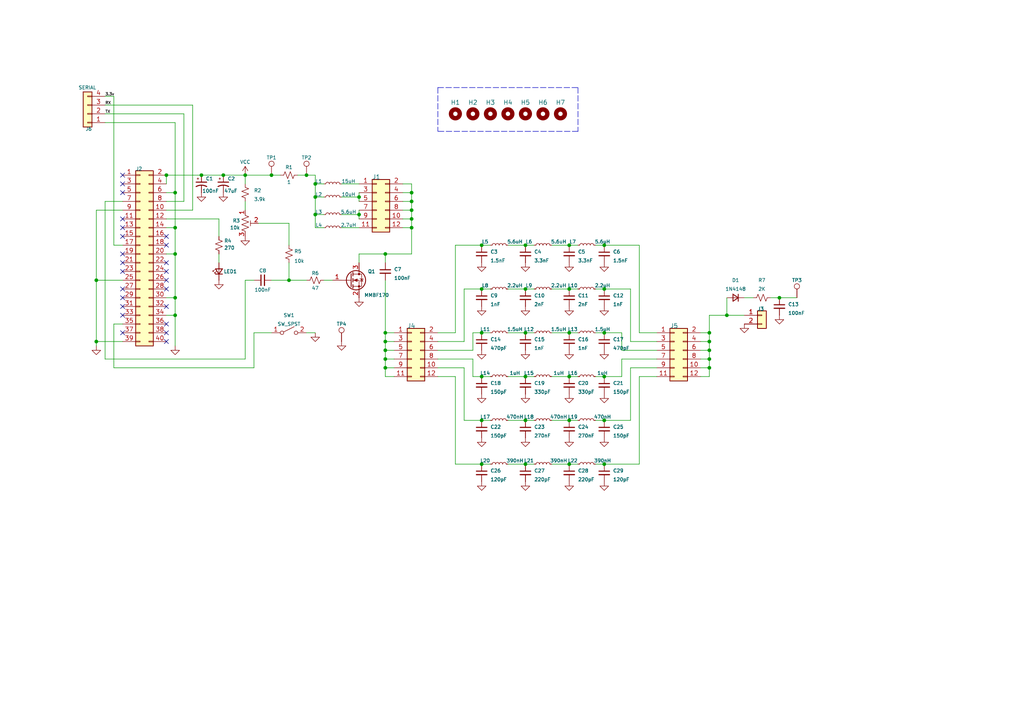
<source format=kicad_sch>
(kicad_sch (version 20211123) (generator eeschema)
  (paper "A4")
  (title_block (title "WSPR3") (rev "1"))
  (lib_symbols
    (symbol "Connector:TestPoint" (pin_numbers hide) (pin_names (offset 0.762) hide)
      (property "Reference" "TP" (at 0 6.858 0))
      (property "Value" "TestPoint" (at 0 5.08 0))
      (symbol "TestPoint_1_1"
        (pin passive line (at 0 0 90) (length 2.54) (name "1") (number "1"))
      )
    )
    (symbol "Connector_Generic:Conn_01x02" (pin_names (offset 1.016) hide)
      (property "Reference" "J" (at 0 2.54 0))
      (property "Value" "Conn_01x02" (at 0 -5.08 0))
      (symbol "Conn_01x02_1_1"
        (pin passive line (at -5.08 0 0) (length 3.81) (name "Pin_1") (number "1"))
        (pin passive line (at -5.08 -2.54 0) (length 3.81) (name "Pin_2") (number "2"))
      )
    )
    (symbol "Connector_Generic:Conn_01x04" (pin_names (offset 1.016) hide)
      (property "Reference" "J" (at 0 5.08 0))
      (property "Value" "Conn_01x04" (at 0 -7.62 0))
      (symbol "Conn_01x04_1_1"
        (pin passive line (at -5.08 2.54 0) (length 3.81) (name "Pin_1") (number "1"))
        (pin passive line (at -5.08 0 0) (length 3.81) (name "Pin_2") (number "2"))
        (pin passive line (at -5.08 -2.54 0) (length 3.81) (name "Pin_3") (number "3"))
        (pin passive line (at -5.08 -5.08 0) (length 3.81) (name "Pin_4") (number "4"))
      )
    )
    (symbol "Connector_Generic:Conn_02x06_Odd_Even" (pin_names (offset 1.016) hide)
      (property "Reference" "J" (at 1.27 7.62 0))
      (property "Value" "Conn_02x06_Odd_Even" (at 1.27 -10.16 0))
      (symbol "Conn_02x06_Odd_Even_1_1"
        (pin passive line (at -5.08 5.08 0) (length 3.81) (name "Pin_1") (number "1"))
        (pin passive line (at 7.62 -5.08 180) (length 3.81) (name "Pin_10") (number "10"))
        (pin passive line (at -5.08 -7.62 0) (length 3.81) (name "Pin_11") (number "11"))
        (pin passive line (at 7.62 -7.62 180) (length 3.81) (name "Pin_12") (number "12"))
        (pin passive line (at 7.62 5.08 180) (length 3.81) (name "Pin_2") (number "2"))
        (pin passive line (at -5.08 2.54 0) (length 3.81) (name "Pin_3") (number "3"))
        (pin passive line (at 7.62 2.54 180) (length 3.81) (name "Pin_4") (number "4"))
        (pin passive line (at -5.08 0 0) (length 3.81) (name "Pin_5") (number "5"))
        (pin passive line (at 7.62 0 180) (length 3.81) (name "Pin_6") (number "6"))
        (pin passive line (at -5.08 -2.54 0) (length 3.81) (name "Pin_7") (number "7"))
        (pin passive line (at 7.62 -2.54 180) (length 3.81) (name "Pin_8") (number "8"))
        (pin passive line (at -5.08 -5.08 0) (length 3.81) (name "Pin_9") (number "9"))
      )
    )
    (symbol "Connector_Generic:Conn_02x20_Odd_Even" (pin_names (offset 1.016) hide)
      (property "Reference" "J" (at 1.27 25.4 0))
      (property "Value" "Conn_02x20_Odd_Even" (at 1.27 -27.94 0))
      (symbol "Conn_02x20_Odd_Even_1_1"
        (pin passive line (at -5.08 22.86 0) (length 3.81) (name "Pin_1") (number "1"))
        (pin passive line (at 7.62 12.7 180) (length 3.81) (name "Pin_10") (number "10"))
        (pin passive line (at -5.08 10.16 0) (length 3.81) (name "Pin_11") (number "11"))
        (pin passive line (at 7.62 10.16 180) (length 3.81) (name "Pin_12") (number "12"))
        (pin passive line (at -5.08 7.62 0) (length 3.81) (name "Pin_13") (number "13"))
        (pin passive line (at 7.62 7.62 180) (length 3.81) (name "Pin_14") (number "14"))
        (pin passive line (at -5.08 5.08 0) (length 3.81) (name "Pin_15") (number "15"))
        (pin passive line (at 7.62 5.08 180) (length 3.81) (name "Pin_16") (number "16"))
        (pin passive line (at -5.08 2.54 0) (length 3.81) (name "Pin_17") (number "17"))
        (pin passive line (at 7.62 2.54 180) (length 3.81) (name "Pin_18") (number "18"))
        (pin passive line (at -5.08 0 0) (length 3.81) (name "Pin_19") (number "19"))
        (pin passive line (at 7.62 22.86 180) (length 3.81) (name "Pin_2") (number "2"))
        (pin passive line (at 7.62 0 180) (length 3.81) (name "Pin_20") (number "20"))
        (pin passive line (at -5.08 -2.54 0) (length 3.81) (name "Pin_21") (number "21"))
        (pin passive line (at 7.62 -2.54 180) (length 3.81) (name "Pin_22") (number "22"))
        (pin passive line (at -5.08 -5.08 0) (length 3.81) (name "Pin_23") (number "23"))
        (pin passive line (at 7.62 -5.08 180) (length 3.81) (name "Pin_24") (number "24"))
        (pin passive line (at -5.08 -7.62 0) (length 3.81) (name "Pin_25") (number "25"))
        (pin passive line (at 7.62 -7.62 180) (length 3.81) (name "Pin_26") (number "26"))
        (pin passive line (at -5.08 -10.16 0) (length 3.81) (name "Pin_27") (number "27"))
        (pin passive line (at 7.62 -10.16 180) (length 3.81) (name "Pin_28") (number "28"))
        (pin passive line (at -5.08 -12.7 0) (length 3.81) (name "Pin_29") (number "29"))
        (pin passive line (at -5.08 20.32 0) (length 3.81) (name "Pin_3") (number "3"))
        (pin passive line (at 7.62 -12.7 180) (length 3.81) (name "Pin_30") (number "30"))
        (pin passive line (at -5.08 -15.24 0) (length 3.81) (name "Pin_31") (number "31"))
        (pin passive line (at 7.62 -15.24 180) (length 3.81) (name "Pin_32") (number "32"))
        (pin passive line (at -5.08 -17.78 0) (length 3.81) (name "Pin_33") (number "33"))
        (pin passive line (at 7.62 -17.78 180) (length 3.81) (name "Pin_34") (number "34"))
        (pin passive line (at -5.08 -20.32 0) (length 3.81) (name "Pin_35") (number "35"))
        (pin passive line (at 7.62 -20.32 180) (length 3.81) (name "Pin_36") (number "36"))
        (pin passive line (at -5.08 -22.86 0) (length 3.81) (name "Pin_37") (number "37"))
        (pin passive line (at 7.62 -22.86 180) (length 3.81) (name "Pin_38") (number "38"))
        (pin passive line (at -5.08 -25.4 0) (length 3.81) (name "Pin_39") (number "39"))
        (pin passive line (at 7.62 20.32 180) (length 3.81) (name "Pin_4") (number "4"))
        (pin passive line (at 7.62 -25.4 180) (length 3.81) (name "Pin_40") (number "40"))
        (pin passive line (at -5.08 17.78 0) (length 3.81) (name "Pin_5") (number "5"))
        (pin passive line (at 7.62 17.78 180) (length 3.81) (name "Pin_6") (number "6"))
        (pin passive line (at -5.08 15.24 0) (length 3.81) (name "Pin_7") (number "7"))
        (pin passive line (at 7.62 15.24 180) (length 3.81) (name "Pin_8") (number "8"))
        (pin passive line (at -5.08 12.7 0) (length 3.81) (name "Pin_9") (number "9"))
      )
    )
    (symbol "Device:C_Polarized_Small_US" (pin_numbers hide) (pin_names (offset 0.254) hide)
      (property "Reference" "C" (at 0.254 1.778 0))
      (property "Value" "C_Polarized_Small_US" (at 0.254 -2.032 0))
      (symbol "C_Polarized_Small_US_1_1"
        (pin passive line (at 0 2.54 270) (length 2.032) (name "~") (number "1"))
        (pin passive line (at 0 -2.54 90) (length 2.032) (name "~") (number "2"))
      )
    )
    (symbol "Device:C_Small" (pin_numbers hide) (pin_names (offset 0.254) hide)
      (property "Reference" "C" (at 0.254 1.778 0))
      (property "Value" "C_Small" (at 0.254 -2.032 0))
      (symbol "C_Small_1_1"
        (pin passive line (at 0 2.54 270) (length 2.032) (name "~") (number "1"))
        (pin passive line (at 0 -2.54 90) (length 2.032) (name "~") (number "2"))
      )
    )
    (symbol "Device:D_Small" (pin_numbers hide) (pin_names (offset 0.254) hide)
      (property "Reference" "D" (at -1.27 2.032 0))
      (property "Value" "D_Small" (at -3.81 -2.032 0))
      (symbol "D_Small_1_1"
        (pin passive line (at -2.54 0 0) (length 1.778) (name "K") (number "1"))
        (pin passive line (at 2.54 0 180) (length 1.778) (name "A") (number "2"))
      )
    )
    (symbol "Device:LED_Small" (pin_numbers hide) (pin_names (offset 0.254) hide)
      (property "Reference" "D" (at -1.27 3.175 0))
      (property "Value" "LED_Small" (at -4.445 -2.54 0))
      (symbol "LED_Small_1_1"
        (pin passive line (at -2.54 0 0) (length 1.778) (name "K") (number "1"))
        (pin passive line (at 2.54 0 180) (length 1.778) (name "A") (number "2"))
      )
    )
    (symbol "Device:L_Small" (pin_numbers hide) (pin_names (offset 0.254) hide)
      (property "Reference" "L" (at 0.762 1.016 0))
      (property "Value" "L_Small" (at 0.762 -1.016 0))
      (symbol "L_Small_1_1"
        (pin passive line (at 0 2.54 270) (length 0.508) (name "~") (number "1"))
        (pin passive line (at 0 -2.54 90) (length 0.508) (name "~") (number "2"))
      )
    )
    (symbol "Device:R_Potentiometer_Trim_US" (pin_names (offset 1.016) hide)
      (property "Reference" "RV" (at -4.445 0 90))
      (property "Value" "R_Potentiometer_Trim_US" (at -2.54 0 90))
      (symbol "R_Potentiometer_Trim_US_1_1"
        (pin passive line (at 0 3.81 270) (length 1.27) (name "1") (number "1"))
        (pin passive line (at 3.81 0 180) (length 1.27) (name "2") (number "2"))
        (pin passive line (at 0 -3.81 90) (length 1.27) (name "3") (number "3"))
      )
    )
    (symbol "Device:R_Small_US" (pin_numbers hide) (pin_names (offset 0.254) hide)
      (property "Reference" "R" (at 0.762 0.508 0))
      (property "Value" "R_Small_US" (at 0.762 -1.016 0))
      (symbol "R_Small_US_1_1"
        (pin passive line (at 0 2.54 270) (length 1.016) (name "~") (number "1"))
        (pin passive line (at 0 -2.54 90) (length 1.016) (name "~") (number "2"))
      )
    )
    (symbol "Mechanical:MountingHole" (pin_names (offset 1.016))
      (property "Reference" "H" (at 0 5.08 0))
      (property "Value" "MountingHole" (at 0 3.175 0))
    )
    (symbol "Switch:SW_SPST" (pin_names (offset 0) hide)
      (property "Reference" "SW" (at 0 3.175 0))
      (property "Value" "SW_SPST" (at 0 -2.54 0))
      (symbol "SW_SPST_1_1"
        (pin passive line (at -5.08 0 0) (length 2.54) (name "A") (number "1"))
        (pin passive line (at 5.08 0 180) (length 2.54) (name "B") (number "2"))
      )
    )
    (symbol "Transistor_FET:MMBF170" (pin_names hide)
      (property "Reference" "Q" (at 5.08 1.905 0))
      (property "Value" "MMBF170" (at 5.08 0 0))
      (symbol "MMBF170_1_1"
        (pin input line (at -5.08 0 0) (length 2.54) (name "G") (number "1"))
        (pin passive line (at 2.54 -5.08 90) (length 2.54) (name "S") (number "2"))
        (pin passive line (at 2.54 5.08 270) (length 2.54) (name "D") (number "3"))
      )
    )
    (symbol "power:GND" (power) (pin_names (offset 0))
      (property "Value" "GND" (at 0 -3.81 0))
      (symbol "GND_1_1"
        (pin power_in line (at 0 0 270) (length 0) hide (name "GND") (number "1"))
      )
    )
    (symbol "power:VCC" (power) (pin_names (offset 0))
      (property "Value" "VCC" (at 0 3.81 0))
      (symbol "VCC_1_1"
        (pin power_in line (at 0 0 90) (length 0) hide (name "VCC") (number "1"))
      )
    )
  )
  (junction (at 226.06 86.36))
  (junction (at 175.26 83.82))
  (junction (at 152.4 121.92))
  (junction (at 205.74 99.06))
  (junction (at 104.14 62.23))
  (junction (at 165.1 121.92))
  (junction (at 91.44 53.34))
  (junction (at 119.38 60.96))
  (junction (at 119.38 55.88))
  (junction (at 175.26 134.62))
  (junction (at 88.9 50.8))
  (junction (at 175.26 96.52))
  (junction (at 139.7 121.92))
  (junction (at 139.7 134.62))
  (junction (at 139.7 71.12))
  (junction (at 111.76 101.6))
  (junction (at 165.1 83.82))
  (junction (at 205.74 104.14))
  (junction (at 205.74 96.52))
  (junction (at 91.44 62.23))
  (junction (at 175.26 71.12))
  (junction (at 50.8 66.04))
  (junction (at 175.26 121.92))
  (junction (at 119.38 58.42))
  (junction (at 111.76 104.14))
  (junction (at 27.94 81.28))
  (junction (at 58.42 50.8))
  (junction (at 48.26 50.8))
  (junction (at 50.8 73.66))
  (junction (at 50.8 55.88))
  (junction (at 111.76 99.06))
  (junction (at 205.74 106.68))
  (junction (at 78.74 50.8))
  (junction (at 119.38 63.5))
  (junction (at 119.38 66.04))
  (junction (at 111.76 73.66))
  (junction (at 91.44 57.15))
  (junction (at 165.1 109.22))
  (junction (at 210.82 91.44))
  (junction (at 165.1 96.52))
  (junction (at 205.74 101.6))
  (junction (at 27.94 99.06))
  (junction (at 111.76 106.68))
  (junction (at 152.4 134.62))
  (junction (at 165.1 134.62))
  (junction (at 139.7 109.22))
  (junction (at 152.4 96.52))
  (junction (at 64.77 50.8))
  (junction (at 111.76 96.52))
  (junction (at 139.7 96.52))
  (junction (at 50.8 91.44))
  (junction (at 152.4 83.82))
  (junction (at 71.12 50.8))
  (junction (at 152.4 109.22))
  (junction (at 50.8 86.36))
  (junction (at 139.7 83.82))
  (junction (at 104.14 57.15))
  (junction (at 152.4 71.12))
  (junction (at 175.26 109.22))
  (junction (at 83.82 81.28))
  (junction (at 165.1 71.12))
  (no_connect (at 35.56 68.58))
  (no_connect (at 35.56 66.04))
  (no_connect (at 35.56 73.66))
  (no_connect (at 35.56 76.2))
  (no_connect (at 35.56 78.74))
  (no_connect (at 48.26 68.58))
  (no_connect (at 35.56 63.5))
  (no_connect (at 48.26 71.12))
  (no_connect (at 35.56 53.34))
  (no_connect (at 35.56 55.88))
  (no_connect (at 35.56 50.8))
  (no_connect (at 48.26 99.06))
  (no_connect (at 48.26 76.2))
  (no_connect (at 48.26 83.82))
  (no_connect (at 35.56 88.9))
  (no_connect (at 48.26 88.9))
  (no_connect (at 48.26 93.98))
  (no_connect (at 35.56 96.52))
  (no_connect (at 48.26 81.28))
  (no_connect (at 35.56 83.82))
  (no_connect (at 48.26 78.74))
  (no_connect (at 35.56 86.36))
  (no_connect (at 48.26 96.52))
  (no_connect (at 35.56 91.44))
  (wire (pts (xy 91.44 96.52) (xy 88.9 96.52)))
  (wire (pts (xy 119.38 55.88) (xy 119.38 58.42)))
  (wire (pts (xy 152.4 121.92) (xy 154.94 121.92)))
  (wire (pts (xy 165.1 83.82) (xy 167.64 83.82)))
  (wire (pts (xy 172.72 134.62) (xy 175.26 134.62)))
  (wire (pts (xy 50.8 86.36) (xy 48.26 86.36)))
  (wire (pts (xy 165.1 71.12) (xy 167.64 71.12)))
  (wire (pts (xy 111.76 104.14) (xy 111.76 106.68)))
  (wire (pts (xy 180.34 101.6) (xy 180.34 96.52)))
  (wire (pts (xy 74.93 64.77) (xy 83.82 64.77)))
  (wire (pts (xy 190.5 96.52) (xy 185.42 96.52)))
  (wire (pts (xy 182.88 121.92) (xy 175.26 121.92)))
  (wire (pts (xy 165.1 134.62) (xy 167.64 134.62)))
  (wire (pts (xy 27.94 99.06) (xy 27.94 81.28)))
  (wire (pts (xy 111.76 101.6) (xy 111.76 104.14)))
  (wire (pts (xy 91.44 53.34) (xy 91.44 57.15)))
  (wire (pts (xy 104.14 60.96) (xy 104.14 62.23)))
  (wire (pts (xy 172.72 121.92) (xy 175.26 121.92)))
  (wire (pts (xy 35.56 99.06) (xy 27.94 99.06)))
  (wire (pts (xy 180.34 109.22) (xy 175.26 109.22)))
  (wire (pts (xy 172.72 83.82) (xy 175.26 83.82)))
  (wire (pts (xy 139.7 71.12) (xy 142.24 71.12)))
  (wire (pts (xy 91.44 57.15) (xy 91.44 62.23)))
  (wire (pts (xy 48.26 53.34) (xy 48.26 50.8)))
  (wire (pts (xy 139.7 96.52) (xy 142.24 96.52)))
  (wire (pts (xy 147.32 121.92) (xy 152.4 121.92)))
  (wire (pts (xy 30.48 35.56) (xy 50.8 35.56)))
  (wire (pts (xy 30.48 104.14) (xy 71.12 104.14)))
  (wire (pts (xy 210.82 91.44) (xy 215.9 91.44)))
  (wire (pts (xy 27.94 81.28) (xy 27.94 60.96)))
  (wire (pts (xy 91.44 62.23) (xy 91.44 66.04)))
  (wire (pts (xy 147.32 83.82) (xy 152.4 83.82)))
  (wire (pts (xy 116.84 55.88) (xy 119.38 55.88)))
  (wire (pts (xy 205.74 96.52) (xy 205.74 99.06)))
  (wire (pts (xy 55.88 60.96) (xy 55.88 30.48)))
  (wire (pts (xy 99.06 53.34) (xy 104.14 53.34)))
  (wire (pts (xy 91.44 62.23) (xy 93.98 62.23)))
  (wire (pts (xy 160.02 83.82) (xy 165.1 83.82)))
  (wire (pts (xy 83.82 64.77) (xy 83.82 71.12)))
  (wire (pts (xy 111.76 101.6) (xy 114.3 101.6)))
  (wire (pts (xy 147.32 134.62) (xy 152.4 134.62)))
  (wire (pts (xy 205.74 106.68) (xy 205.74 109.22)))
  (wire (pts (xy 119.38 53.34) (xy 119.38 55.88)))
  (wire (pts (xy 73.66 96.52) (xy 73.66 106.68)))
  (wire (pts (xy 134.62 106.68) (xy 134.62 121.92)))
  (wire (pts (xy 50.8 55.88) (xy 48.26 55.88)))
  (wire (pts (xy 35.56 58.42) (xy 30.48 58.42)))
  (wire (pts (xy 64.77 50.8) (xy 71.12 50.8)))
  (wire (pts (xy 50.8 55.88) (xy 50.8 35.56)))
  (wire (pts (xy 203.2 106.68) (xy 205.74 106.68)))
  (wire (pts (xy 111.76 99.06) (xy 114.3 99.06)))
  (wire (pts (xy 50.8 100.33) (xy 50.8 91.44)))
  (wire (pts (xy 210.82 86.36) (xy 210.82 91.44)))
  (wire (pts (xy 132.08 109.22) (xy 132.08 134.62)))
  (wire (pts (xy 165.1 109.22) (xy 167.64 109.22)))
  (wire (pts (xy 203.2 101.6) (xy 205.74 101.6)))
  (wire (pts (xy 55.88 30.48) (xy 30.48 30.48)))
  (wire (pts (xy 139.7 109.22) (xy 142.24 109.22)))
  (wire (pts (xy 190.5 101.6) (xy 180.34 101.6)))
  (wire (pts (xy 180.34 104.14) (xy 180.34 109.22)))
  (wire (pts (xy 134.62 121.92) (xy 139.7 121.92)))
  (wire (pts (xy 127 106.68) (xy 134.62 106.68)))
  (wire (pts (xy 205.74 91.44) (xy 210.82 91.44)))
  (wire (pts (xy 127 104.14) (xy 137.16 104.14)))
  (wire (pts (xy 50.8 86.36) (xy 50.8 73.66)))
  (wire (pts (xy 182.88 106.68) (xy 182.88 121.92)))
  (wire (pts (xy 137.16 101.6) (xy 137.16 96.52)))
  (wire (pts (xy 104.14 62.23) (xy 104.14 63.5)))
  (wire (pts (xy 132.08 71.12) (xy 139.7 71.12)))
  (wire (pts (xy 111.76 99.06) (xy 111.76 101.6)))
  (wire (pts (xy 104.14 73.66) (xy 104.14 76.2)))
  (wire (pts (xy 137.16 104.14) (xy 137.16 109.22)))
  (wire (pts (xy 132.08 134.62) (xy 139.7 134.62)))
  (wire (pts (xy 205.74 104.14) (xy 205.74 106.68)))
  (wire (pts (xy 127 99.06) (xy 134.62 99.06)))
  (wire (pts (xy 152.4 71.12) (xy 154.94 71.12)))
  (wire (pts (xy 48.26 60.96) (xy 55.88 60.96)))
  (wire (pts (xy 111.76 73.66) (xy 119.38 73.66)))
  (wire (pts (xy 137.16 109.22) (xy 139.7 109.22)))
  (wire (pts (xy 111.76 81.28) (xy 111.76 96.52)))
  (wire (pts (xy 71.12 58.42) (xy 71.12 60.96)))
  (wire (pts (xy 134.62 83.82) (xy 139.7 83.82)))
  (wire (pts (xy 185.42 96.52) (xy 185.42 71.12)))
  (wire (pts (xy 160.02 71.12) (xy 165.1 71.12)))
  (wire (pts (xy 50.8 73.66) (xy 48.26 73.66)))
  (wire (pts (xy 160.02 109.22) (xy 165.1 109.22)))
  (wire (pts (xy 147.32 96.52) (xy 152.4 96.52)))
  (wire (pts (xy 119.38 60.96) (xy 119.38 63.5)))
  (wire (pts (xy 50.8 73.66) (xy 50.8 66.04)))
  (wire (pts (xy 71.12 104.14) (xy 71.12 81.28)))
  (wire (pts (xy 30.48 27.94) (xy 33.02 27.94)))
  (wire (pts (xy 111.76 106.68) (xy 111.76 109.22)))
  (wire (pts (xy 93.98 53.34) (xy 91.44 53.34)))
  (wire (pts (xy 116.84 60.96) (xy 119.38 60.96)))
  (wire (pts (xy 48.26 58.42) (xy 53.34 58.42)))
  (wire (pts (xy 99.06 57.15) (xy 104.14 57.15)))
  (wire (pts (xy 99.06 66.04) (xy 104.14 66.04)))
  (wire (pts (xy 63.5 73.66) (xy 63.5 76.2)))
  (polyline (pts (xy 167.64 25.4) (xy 167.64 38.1)))
  (wire (pts (xy 116.84 58.42) (xy 119.38 58.42)))
  (wire (pts (xy 203.2 104.14) (xy 205.74 104.14)))
  (wire (pts (xy 91.44 66.04) (xy 93.98 66.04)))
  (wire (pts (xy 111.76 106.68) (xy 114.3 106.68)))
  (wire (pts (xy 33.02 106.68) (xy 73.66 106.68)))
  (wire (pts (xy 58.42 50.8) (xy 64.77 50.8)))
  (polyline (pts (xy 127 25.4) (xy 167.64 25.4)))
  (wire (pts (xy 190.5 106.68) (xy 182.88 106.68)))
  (wire (pts (xy 205.74 99.06) (xy 205.74 101.6)))
  (wire (pts (xy 139.7 121.92) (xy 142.24 121.92)))
  (wire (pts (xy 190.5 99.06) (xy 182.88 99.06)))
  (wire (pts (xy 226.06 86.36) (xy 231.14 86.36)))
  (wire (pts (xy 152.4 109.22) (xy 154.94 109.22)))
  (polyline (pts (xy 167.64 38.1) (xy 127 38.1)))
  (wire (pts (xy 127 96.52) (xy 132.08 96.52)))
  (wire (pts (xy 180.34 96.52) (xy 175.26 96.52)))
  (wire (pts (xy 91.44 50.8) (xy 88.9 50.8)))
  (wire (pts (xy 50.8 66.04) (xy 48.26 66.04)))
  (wire (pts (xy 152.4 134.62) (xy 154.94 134.62)))
  (wire (pts (xy 33.02 27.94) (xy 33.02 71.12)))
  (wire (pts (xy 203.2 109.22) (xy 205.74 109.22)))
  (wire (pts (xy 111.76 73.66) (xy 111.76 76.2)))
  (wire (pts (xy 111.76 104.14) (xy 114.3 104.14)))
  (wire (pts (xy 160.02 96.52) (xy 165.1 96.52)))
  (wire (pts (xy 33.02 71.12) (xy 35.56 71.12)))
  (wire (pts (xy 134.62 99.06) (xy 134.62 83.82)))
  (wire (pts (xy 182.88 83.82) (xy 175.26 83.82)))
  (wire (pts (xy 205.74 91.44) (xy 205.74 96.52)))
  (wire (pts (xy 160.02 121.92) (xy 165.1 121.92)))
  (wire (pts (xy 116.84 53.34) (xy 119.38 53.34)))
  (wire (pts (xy 78.74 50.8) (xy 81.28 50.8)))
  (wire (pts (xy 119.38 58.42) (xy 119.38 60.96)))
  (wire (pts (xy 50.8 91.44) (xy 50.8 86.36)))
  (wire (pts (xy 83.82 81.28) (xy 88.9 81.28)))
  (wire (pts (xy 99.06 62.23) (xy 104.14 62.23)))
  (wire (pts (xy 53.34 33.02) (xy 30.48 33.02)))
  (wire (pts (xy 185.42 134.62) (xy 175.26 134.62)))
  (wire (pts (xy 63.5 63.5) (xy 63.5 68.58)))
  (wire (pts (xy 147.32 71.12) (xy 152.4 71.12)))
  (wire (pts (xy 111.76 96.52) (xy 111.76 99.06)))
  (wire (pts (xy 53.34 58.42) (xy 53.34 33.02)))
  (wire (pts (xy 86.36 50.8) (xy 88.9 50.8)))
  (wire (pts (xy 172.72 96.52) (xy 175.26 96.52)))
  (wire (pts (xy 160.02 134.62) (xy 165.1 134.62)))
  (wire (pts (xy 91.44 53.34) (xy 91.44 50.8)))
  (wire (pts (xy 152.4 83.82) (xy 154.94 83.82)))
  (wire (pts (xy 165.1 96.52) (xy 167.64 96.52)))
  (wire (pts (xy 139.7 134.62) (xy 142.24 134.62)))
  (wire (pts (xy 116.84 66.04) (xy 119.38 66.04)))
  (wire (pts (xy 93.98 81.28) (xy 96.52 81.28)))
  (wire (pts (xy 33.02 93.98) (xy 33.02 106.68)))
  (wire (pts (xy 114.3 96.52) (xy 111.76 96.52)))
  (wire (pts (xy 152.4 96.52) (xy 154.94 96.52)))
  (wire (pts (xy 71.12 81.28) (xy 73.66 81.28)))
  (wire (pts (xy 147.32 109.22) (xy 152.4 109.22)))
  (wire (pts (xy 35.56 93.98) (xy 33.02 93.98)))
  (wire (pts (xy 73.66 96.52) (xy 78.74 96.52)))
  (wire (pts (xy 127 109.22) (xy 132.08 109.22)))
  (wire (pts (xy 127 101.6) (xy 137.16 101.6)))
  (wire (pts (xy 71.12 50.8) (xy 78.74 50.8)))
  (wire (pts (xy 27.94 81.28) (xy 35.56 81.28)))
  (wire (pts (xy 223.52 86.36) (xy 226.06 86.36)))
  (wire (pts (xy 182.88 99.06) (xy 182.88 83.82)))
  (wire (pts (xy 50.8 66.04) (xy 50.8 55.88)))
  (wire (pts (xy 27.94 99.06) (xy 27.94 100.33)))
  (wire (pts (xy 205.74 96.52) (xy 203.2 96.52)))
  (wire (pts (xy 71.12 50.8) (xy 71.12 53.34)))
  (wire (pts (xy 119.38 66.04) (xy 119.38 73.66)))
  (wire (pts (xy 185.42 109.22) (xy 185.42 134.62)))
  (wire (pts (xy 48.26 63.5) (xy 63.5 63.5)))
  (wire (pts (xy 83.82 81.28) (xy 83.82 76.2)))
  (wire (pts (xy 185.42 71.12) (xy 175.26 71.12)))
  (wire (pts (xy 205.74 101.6) (xy 205.74 104.14)))
  (wire (pts (xy 165.1 121.92) (xy 167.64 121.92)))
  (wire (pts (xy 78.74 81.28) (xy 83.82 81.28)))
  (wire (pts (xy 116.84 63.5) (xy 119.38 63.5)))
  (wire (pts (xy 137.16 96.52) (xy 139.7 96.52)))
  (wire (pts (xy 119.38 63.5) (xy 119.38 66.04)))
  (wire (pts (xy 139.7 83.82) (xy 142.24 83.82)))
  (wire (pts (xy 203.2 99.06) (xy 205.74 99.06)))
  (wire (pts (xy 190.5 109.22) (xy 185.42 109.22)))
  (wire (pts (xy 172.72 109.22) (xy 175.26 109.22)))
  (polyline (pts (xy 127 25.4) (xy 127 38.1)))
  (wire (pts (xy 190.5 104.14) (xy 180.34 104.14)))
  (wire (pts (xy 48.26 50.8) (xy 58.42 50.8)))
  (wire (pts (xy 104.14 55.88) (xy 104.14 57.15)))
  (wire (pts (xy 104.14 73.66) (xy 111.76 73.66)))
  (wire (pts (xy 111.76 109.22) (xy 114.3 109.22)))
  (wire (pts (xy 27.94 60.96) (xy 35.56 60.96)))
  (wire (pts (xy 30.48 58.42) (xy 30.48 104.14)))
  (wire (pts (xy 91.44 57.15) (xy 93.98 57.15)))
  (wire (pts (xy 172.72 71.12) (xy 175.26 71.12)))
  (wire (pts (xy 132.08 96.52) (xy 132.08 71.12)))
  (wire (pts (xy 50.8 91.44) (xy 48.26 91.44)))
  (wire (pts (xy 104.14 57.15) (xy 104.14 58.42)))
  (wire (pts (xy 215.9 86.36) (xy 218.44 86.36)))
  (label "RX" (at 30.48 30.48 0) (effects (font (size 0.8 0.8))))
  (label "3.3v" (at 30.48 27.94 0) (effects (font (size 0.8 0.8))))
  (label "TX" (at 30.48 33.02 0) (effects (font (size 0.8 0.8))))
  (symbol (lib_id "power:GND") (at 139.7 76.2 0) (unit 1)
    (property "Reference" "#PWR05" (effects hide))
    (property "Value" "GND" (effects hide))
  )
  (symbol (lib_id "power:GND") (at 139.7 101.6 0) (unit 1)
    (property "Reference" "#PWR021" (effects hide))
    (property "Value" "GND" (effects hide))
  )
  (symbol (lib_id "power:GND") (at 104.14 86.36 0) (unit 1)
    (property "Reference" "#PWR010" (effects hide))
    (property "Value" "GND" (effects hide))
  )
  (symbol (lib_id "power:GND") (at 226.06 91.44 0) (unit 1)
    (property "Reference" "#PWR015" (effects hide))
    (property "Value" "GND" (effects hide))
  )
  (symbol (lib_id "Device:C_Small") (at 139.7 111.76 0) (unit 1)
    (property "Reference" "C18" (at 142.24 111.1313 0) (effects (font (size 1 1)) (justify left)))
    (property "Value" "150pF" (at 142.24 113.6713 0) (effects (font (size 1 1)) (justify left)))
    (property "Footprint" "Capacitor_SMD:C_0603_1608Metric" (effects hide))
  )
  (symbol (lib_id "Device:R_Small_US") (at 83.82 50.8 90) (unit 1)
    (property "Reference" "R1" (at 83.82 48.514 90) (effects (font (size 1 1))))
    (property "Value" "1" (at 83.82 52.832 90) (effects (font (size 1 1))))
    (property "Footprint" "Resistor_SMD:R_0603_1608Metric" (effects hide))
  )
  (symbol (lib_id "Device:R_Small_US") (at 63.5 71.12 180) (unit 1)
    (property "Reference" "R4" (at 65.024 69.85 0) (effects (font (size 1 1)) (justify right)))
    (property "Value" "270" (at 65.024 71.882 0) (effects (font (size 1 1)) (justify right)))
    (property "Footprint" "Resistor_SMD:R_0603_1608Metric" (effects hide))
  )
  (symbol (lib_id "Device:C_Small") (at 165.1 86.36 0) (unit 1)
    (property "Reference" "C11" (at 167.64 85.7313 0) (effects (font (size 1 1)) (justify left)))
    (property "Value" "2nF" (at 167.64 88.2713 0) (effects (font (size 1 1)) (justify left)))
    (property "Footprint" "Capacitor_SMD:C_0603_1608Metric" (effects hide))
  )
  (symbol (lib_id "Device:C_Polarized_Small_US") (at 58.42 53.34 0) (unit 1)
    (property "Reference" "C1" (at 59.69 51.816 0) (effects (font (size 1 1)) (justify left)))
    (property "Value" "100nF" (at 58.674 55.372 0) (effects (font (size 1 1)) (justify left)))
    (property "Footprint" "Capacitor_SMD:C_0603_1608Metric" (effects hide))
  )
  (symbol (lib_id "Device:C_Small") (at 175.26 111.76 0) (unit 1)
    (property "Reference" "C21" (at 177.8 111.1313 0) (effects (font (size 1 1)) (justify left)))
    (property "Value" "150pF" (at 177.8 113.6713 0) (effects (font (size 1 1)) (justify left)))
    (property "Footprint" "Capacitor_SMD:C_0603_1608Metric" (effects hide))
  )
  (symbol (lib_id "Device:L_Small") (at 144.78 109.22 90) (unit 1)
    (property "Reference" "L14" (at 140.716 108.204 90) (effects (font (size 1 1))))
    (property "Value" "1uH" (at 149.352 108.204 90) (effects (font (size 1 1))))
    (property "Footprint" "Inductor_SMD:L_0805_2012Metric" (effects hide))
  )
  (symbol (lib_id "power:GND") (at 165.1 114.3 0) (unit 1)
    (property "Reference" "#PWR027" (effects hide))
    (property "Value" "GND" (effects hide))
  )
  (symbol (lib_id "Device:L_Small") (at 144.78 134.62 90) (unit 1)
    (property "Reference" "L20" (at 140.716 133.604 90) (effects (font (size 1 1))))
    (property "Value" "390nH" (at 149.352 133.604 90) (effects (font (size 1 1))))
    (property "Footprint" "Inductor_SMD:L_0805_2012Metric" (effects hide))
  )
  (symbol (lib_id "power:GND") (at 175.26 76.2 0) (unit 1)
    (property "Reference" "#PWR08" (effects hide))
    (property "Value" "GND" (effects hide))
  )
  (symbol (lib_id "Device:L_Small") (at 157.48 109.22 90) (unit 1)
    (property "Reference" "L15" (at 153.416 108.204 90) (effects (font (size 1 1))))
    (property "Value" "1uH" (at 162.052 108.204 90) (effects (font (size 1 1))))
    (property "Footprint" "Inductor_SMD:L_0805_2012Metric" (effects hide))
  )
  (symbol (lib_id "power:GND") (at 58.42 55.88 0) (unit 1)
    (property "Reference" "#PWR02" (effects hide))
    (property "Value" "GND" (effects hide))
  )
  (symbol (lib_id "Connector_Generic:Conn_02x06_Odd_Even") (at 195.58 101.6 0) (unit 1)
    (property "Reference" "J5" (at 194.31 95.25 0) (effects (justify left bottom)))
    (property "Value" "Conn_02x06_Odd_Even" (effects hide))
    (property "Footprint" "Connector_PinHeader_2.00mm:PinHeader_2x06_P2.00mm_Vertical" (effects hide))
  )
  (symbol (lib_id "Device:C_Small") (at 165.1 73.66 0) (unit 1)
    (property "Reference" "C5" (at 167.64 73.0313 0) (effects (font (size 1 1)) (justify left)))
    (property "Value" "3.3nF" (at 167.64 75.5713 0) (effects (font (size 1 1)) (justify left)))
    (property "Footprint" "Capacitor_SMD:C_0603_1608Metric" (effects hide))
  )
  (symbol (lib_id "Mechanical:MountingHole") (at 142.24 33.02 0) (unit 1)
    (property "Reference" "H3" (at 142.24 29.718 0))
    (property "Value" "MountingHole" (effects hide))
    (property "Footprint" "MountingHole:MountingHole_3.2mm_M3_DIN965_Pad" (effects hide))
  )
  (symbol (lib_id "power:GND") (at 165.1 76.2 0) (unit 1)
    (property "Reference" "#PWR07" (effects hide))
    (property "Value" "GND" (effects hide))
  )
  (symbol (lib_id "Device:C_Small") (at 152.4 137.16 0) (unit 1)
    (property "Reference" "C27" (at 154.94 136.5313 0) (effects (font (size 1 1)) (justify left)))
    (property "Value" "220pF" (at 154.94 139.0713 0) (effects (font (size 1 1)) (justify left)))
    (property "Footprint" "Capacitor_SMD:C_0603_1608Metric" (effects hide))
  )
  (symbol (lib_id "Mechanical:MountingHole") (at 162.56 33.02 0) (unit 1)
    (property "Reference" "H7" (at 162.56 29.718 0))
    (property "Value" "MountingHole" (effects hide))
    (property "Footprint" "MountingHole:mousebites" (effects hide))
  )
  (symbol (lib_id "Device:C_Small") (at 152.4 111.76 0) (unit 1)
    (property "Reference" "C19" (at 154.94 111.1313 0) (effects (font (size 1 1)) (justify left)))
    (property "Value" "330pF" (at 154.94 113.6713 0) (effects (font (size 1 1)) (justify left)))
    (property "Footprint" "Capacitor_SMD:C_0603_1608Metric" (effects hide))
  )
  (symbol (lib_id "power:GND") (at 175.26 101.6 0) (unit 1)
    (property "Reference" "#PWR024" (effects hide))
    (property "Value" "GND" (effects hide))
  )
  (symbol (lib_id "Device:L_Small") (at 96.52 66.04 90) (unit 1)
    (property "Reference" "L4" (at 92.456 65.278 90) (effects (font (size 1 1))))
    (property "Value" "2.7uH" (at 101.092 65.278 90) (effects (font (size 1 1))))
    (property "Footprint" "Inductor_SMD:L_0805_2012Metric" (effects hide))
  )
  (symbol (lib_id "power:VCC") (at 71.12 50.8 0) (unit 1)
    (property "Reference" "#PWR01" (effects hide))
    (property "Value" "VCC" (at 71.12 46.99 0) (effects (font (size 1 1))))
  )
  (symbol (lib_id "Device:R_Potentiometer_Trim_US") (at 71.12 64.77 0) (unit 1)
    (property "Reference" "R3" (at 69.596 64.008 0) (effects (font (size 1 1)) (justify right)))
    (property "Value" "10k" (at 69.596 66.04 0) (effects (font (size 1 1)) (justify right)))
    (property "Footprint" "Potentiometer_SMD:Potentiometer_Bourns_3314J_Vertical" (effects hide))
  )
  (symbol (lib_id "Device:C_Small") (at 165.1 124.46 0) (unit 1)
    (property "Reference" "C24" (at 167.64 123.8313 0) (effects (font (size 1 1)) (justify left)))
    (property "Value" "270nF" (at 167.64 126.3713 0) (effects (font (size 1 1)) (justify left)))
    (property "Footprint" "Capacitor_SMD:C_0603_1608Metric" (effects hide))
  )
  (symbol (lib_id "Device:C_Small") (at 139.7 137.16 0) (unit 1)
    (property "Reference" "C26" (at 142.24 136.5313 0) (effects (font (size 1 1)) (justify left)))
    (property "Value" "120pF" (at 142.24 139.0713 0) (effects (font (size 1 1)) (justify left)))
    (property "Footprint" "Capacitor_SMD:C_0603_1608Metric" (effects hide))
  )
  (symbol (lib_id "Device:L_Small") (at 157.48 134.62 90) (unit 1)
    (property "Reference" "L21" (at 153.416 133.604 90) (effects (font (size 1 1))))
    (property "Value" "390nH" (at 162.052 133.604 90) (effects (font (size 1 1))))
    (property "Footprint" "Inductor_SMD:L_0805_2012Metric" (effects hide))
  )
  (symbol (lib_id "Connector:TestPoint") (at 99.06 99.06 0) (unit 1)
    (property "Reference" "TP4" (at 99.06 93.98 0) (effects (font (size 1 1))))
    (property "Value" "TestPoint" (effects hide))
    (property "Footprint" "TestPoint:TestPoint_Pad_D1.5mm" (effects hide))
  )
  (symbol (lib_id "Device:R_Small_US") (at 91.44 81.28 90) (unit 1)
    (property "Reference" "R6" (at 91.44 79.248 90) (effects (font (size 1 1))))
    (property "Value" "47" (at 91.44 83.566 90) (effects (font (size 1 1))))
    (property "Footprint" "Resistor_SMD:R_0603_1608Metric" (effects hide))
  )
  (symbol (lib_id "Device:C_Small") (at 139.7 124.46 0) (unit 1)
    (property "Reference" "C22" (at 142.24 123.8313 0) (effects (font (size 1 1)) (justify left)))
    (property "Value" "150pF" (at 142.24 126.3713 0) (effects (font (size 1 1)) (justify left)))
    (property "Footprint" "Capacitor_SMD:C_0603_1608Metric" (effects hide))
  )
  (symbol (lib_id "Connector_Generic:Conn_02x20_Odd_Even") (at 40.64 73.66 0) (unit 1)
    (property "Reference" "J2" (at 39.37 49.53 0) (effects (font (size 1 1)) (justify left bottom)))
    (property "Value" "Conn_02x20_Odd_Even" (effects hide))
    (property "Footprint" "Connector_PinSocket_2.54mm:PinSocket_2x20_P2.54mm_Vertical" (effects hide))
  )
  (symbol (lib_id "Device:L_Small") (at 96.52 53.34 90) (unit 1)
    (property "Reference" "L1" (at 92.456 52.578 90) (effects (font (size 1 1))))
    (property "Value" "15uH" (at 101.092 52.578 90) (effects (font (size 1 1))))
    (property "Footprint" "Inductor_SMD:L_0805_2012Metric" (effects hide))
  )
  (symbol (lib_id "Device:L_Small") (at 170.18 109.22 90) (unit 1)
    (property "Reference" "L16" (at 166.116 108.204 90) (effects (font (size 1 1))))
    (property "Value" "1uH" (at 174.752 108.204 90) (effects (font (size 1 1))))
    (property "Footprint" "Inductor_SMD:L_0805_2012Metric" (effects hide))
  )
  (symbol (lib_id "Device:L_Small") (at 157.48 96.52 90) (unit 1)
    (property "Reference" "L12" (at 153.416 95.504 90) (effects (font (size 1 1))))
    (property "Value" "1.5uH" (at 162.052 95.504 90) (effects (font (size 1 1))))
    (property "Footprint" "Inductor_SMD:L_0805_2012Metric" (effects hide))
  )
  (symbol (lib_id "Device:C_Small") (at 111.76 78.74 0) (unit 1)
    (property "Reference" "C7" (at 114.3 78.1113 0) (effects (font (size 1 1)) (justify left)))
    (property "Value" "100nF" (at 114.3 80.6513 0) (effects (font (size 1 1)) (justify left)))
    (property "Footprint" "Capacitor_SMD:C_0603_1608Metric" (effects hide))
  )
  (symbol (lib_id "Mechanical:MountingHole") (at 157.48 33.02 0) (unit 1)
    (property "Reference" "H6" (at 157.48 29.718 0))
    (property "Value" "MountingHole" (effects hide))
    (property "Footprint" "MountingHole:mousebites" (effects hide))
  )
  (symbol (lib_id "power:GND") (at 99.06 99.06 0) (unit 1)
    (property "Reference" "#PWR018" (effects hide))
    (property "Value" "GND" (effects hide))
  )
  (symbol (lib_id "power:GND") (at 139.7 114.3 0) (unit 1)
    (property "Reference" "#PWR025" (effects hide))
    (property "Value" "GND" (effects hide))
  )
  (symbol (lib_id "Device:C_Small") (at 165.1 137.16 0) (unit 1)
    (property "Reference" "C28" (at 167.64 136.5313 0) (effects (font (size 1 1)) (justify left)))
    (property "Value" "220pF" (at 167.64 139.0713 0) (effects (font (size 1 1)) (justify left)))
    (property "Footprint" "Capacitor_SMD:C_0603_1608Metric" (effects hide))
  )
  (symbol (lib_id "Mechanical:MountingHole") (at 132.08 33.02 0) (unit 1)
    (property "Reference" "H1" (at 132.08 29.718 0))
    (property "Value" "MountingHole" (effects hide))
    (property "Footprint" "MountingHole:MountingHole_3.2mm_M3_DIN965_Pad" (effects hide))
  )
  (symbol (lib_id "power:GND") (at 139.7 88.9 0) (unit 1)
    (property "Reference" "#PWR011" (effects hide))
    (property "Value" "GND" (effects hide))
  )
  (symbol (lib_id "power:GND") (at 50.8 100.33 0) (unit 1)
    (property "Reference" "#PWR020" (effects hide))
    (property "Value" "GND" (effects hide))
  )
  (symbol (lib_id "power:GND") (at 152.4 114.3 0) (unit 1)
    (property "Reference" "#PWR026" (effects hide))
    (property "Value" "GND" (effects hide))
  )
  (symbol (lib_id "Device:C_Small") (at 226.06 88.9 0) (unit 1)
    (property "Reference" "C13" (at 228.6 88.2713 0) (effects (font (size 1 1)) (justify left)))
    (property "Value" "100nF" (at 228.6 90.8113 0) (effects (font (size 1 1)) (justify left)))
    (property "Footprint" "Capacitor_SMD:C_0603_1608Metric" (effects hide))
  )
  (symbol (lib_id "Device:L_Small") (at 170.18 83.82 90) (unit 1)
    (property "Reference" "L10" (at 166.116 82.804 90) (effects (font (size 1 1))))
    (property "Value" "2.2uH" (at 174.752 82.804 90) (effects (font (size 1 1))))
    (property "Footprint" "Inductor_SMD:L_0805_2012Metric" (effects hide))
  )
  (symbol (lib_id "Connector:TestPoint") (at 231.14 86.36 0) (unit 1)
    (property "Reference" "TP3" (at 231.14 81.28 0) (effects (font (size 1 1))))
    (property "Value" "TestPoint" (effects hide))
    (property "Footprint" "TestPoint:TestPoint_Pad_D1.5mm" (effects hide))
  )
  (symbol (lib_id "Mechanical:MountingHole") (at 147.32 33.02 0) (unit 1)
    (property "Reference" "H4" (at 147.32 29.718 0))
    (property "Value" "MountingHole" (effects hide))
    (property "Footprint" "MountingHole:MountingHole_3.2mm_M3_DIN965_Pad" (effects hide))
  )
  (symbol (lib_id "Device:R_Small_US") (at 71.12 55.88 180) (unit 1)
    (property "Reference" "R2" (at 73.66 55.245 0) (effects (font (size 1 1)) (justify right)))
    (property "Value" "3.9k" (at 73.66 57.785 0) (effects (font (size 1 1)) (justify right)))
    (property "Footprint" "Resistor_SMD:R_0603_1608Metric" (effects hide))
  )
  (symbol (lib_id "Transistor_FET:MMBF170") (at 101.6 81.28 0) (unit 1)
    (property "Reference" "Q1" (at 106.68 78.74 0) (effects (font (size 1 1)) (justify left)))
    (property "Value" "MMBF170" (at 105.664 85.598 0) (effects (font (size 1 1)) (justify left)))
    (property "Footprint" "Package_TO_SOT_SMD:SOT-23" (effects hide))
    (property "Datasheet" "https://www.diodes.com/assets/Datasheets/ds30104.pdf" (effects hide))
  )
  (symbol (lib_id "power:GND") (at 175.26 139.7 0) (unit 1)
    (property "Reference" "#PWR036" (effects hide))
    (property "Value" "GND" (effects hide))
  )
  (symbol (lib_id "Device:D_Small") (at 213.36 86.36 180) (unit 1)
    (property "Reference" "D1" (at 213.36 81.28 0) (effects (font (size 1 1))))
    (property "Value" "1N4148" (at 213.36 83.82 0) (effects (font (size 1 1))))
    (property "Footprint" "Diode_SMD:D_SOD-123F" (effects hide))
  )
  (symbol (lib_id "Device:C_Small") (at 152.4 86.36 0) (unit 1)
    (property "Reference" "C10" (at 154.94 85.7313 0) (effects (font (size 1 1)) (justify left)))
    (property "Value" "2nF" (at 154.94 88.2713 0) (effects (font (size 1 1)) (justify left)))
    (property "Footprint" "Capacitor_SMD:C_0603_1608Metric" (effects hide))
  )
  (symbol (lib_id "power:GND") (at 165.1 88.9 0) (unit 1)
    (property "Reference" "#PWR013" (effects hide))
    (property "Value" "GND" (effects hide))
  )
  (symbol (lib_id "power:GND") (at 152.4 88.9 0) (unit 1)
    (property "Reference" "#PWR012" (effects hide))
    (property "Value" "GND" (effects hide))
  )
  (symbol (lib_id "Device:L_Small") (at 170.18 134.62 90) (unit 1)
    (property "Reference" "L22" (at 166.116 133.604 90) (effects (font (size 1 1))))
    (property "Value" "390nH" (at 174.752 133.604 90) (effects (font (size 1 1))))
    (property "Footprint" "Inductor_SMD:L_0805_2012Metric" (effects hide))
  )
  (symbol (lib_id "Device:C_Small") (at 76.2 81.28 90) (unit 1)
    (property "Reference" "C8" (at 76.2 78.486 90) (effects (font (size 1 1))))
    (property "Value" "100nF" (at 76.2 84.074 90) (effects (font (size 1 1))))
    (property "Footprint" "Capacitor_SMD:C_0603_1608Metric" (effects hide))
  )
  (symbol (lib_id "power:GND") (at 71.12 68.58 0) (unit 1)
    (property "Reference" "#PWR04" (effects hide))
    (property "Value" "GND" (effects hide))
  )
  (symbol (lib_id "power:GND") (at 165.1 101.6 0) (unit 1)
    (property "Reference" "#PWR023" (effects hide))
    (property "Value" "GND" (effects hide))
  )
  (symbol (lib_id "power:GND") (at 175.26 127 0) (unit 1)
    (property "Reference" "#PWR032" (effects hide))
    (property "Value" "GND" (effects hide))
  )
  (symbol (lib_id "Device:C_Small") (at 175.26 86.36 0) (unit 1)
    (property "Reference" "C12" (at 177.8 85.7313 0) (effects (font (size 1 1)) (justify left)))
    (property "Value" "1nF" (at 177.8 88.2713 0) (effects (font (size 1 1)) (justify left)))
    (property "Footprint" "Capacitor_SMD:C_0603_1608Metric" (effects hide))
  )
  (symbol (lib_id "Device:L_Small") (at 170.18 121.92 90) (unit 1)
    (property "Reference" "L19" (at 166.116 120.904 90) (effects (font (size 1 1))))
    (property "Value" "470nH" (at 174.752 120.904 90) (effects (font (size 1 1))))
    (property "Footprint" "Inductor_SMD:L_0805_2012Metric" (effects hide))
  )
  (symbol (lib_id "power:GND") (at 165.1 139.7 0) (unit 1)
    (property "Reference" "#PWR035" (effects hide))
    (property "Value" "GND" (effects hide))
  )
  (symbol (lib_id "power:GND") (at 139.7 139.7 0) (unit 1)
    (property "Reference" "#PWR033" (effects hide))
    (property "Value" "GND" (effects hide))
  )
  (symbol (lib_id "Connector_Generic:Conn_02x06_Odd_Even") (at 109.22 58.42 0) (unit 1)
    (property "Reference" "J1" (at 107.95 52.07 0) (effects (justify left bottom)))
    (property "Value" "Conn_02x06_Odd_Even" (effects hide))
    (property "Footprint" "Connector_PinHeader_2.00mm:PinHeader_2x06_P2.00mm_Vertical" (effects hide))
  )
  (symbol (lib_id "power:GND") (at 175.26 88.9 0) (unit 1)
    (property "Reference" "#PWR014" (effects hide))
    (property "Value" "GND" (effects hide))
  )
  (symbol (lib_id "Device:LED_Small") (at 63.5 78.74 90) (unit 1)
    (property "Reference" "LED1" (at 66.802 78.74 90) (effects (font (size 1 1))))
    (property "Value" "LED_Small" (effects hide))
    (property "Footprint" "LED_SMD:LED_0805_2012Metric" (effects hide))
  )
  (symbol (lib_id "power:GND") (at 165.1 127 0) (unit 1)
    (property "Reference" "#PWR031" (effects hide))
    (property "Value" "GND" (effects hide))
  )
  (symbol (lib_id "Connector_Generic:Conn_01x02") (at 220.98 91.44 0) (unit 1)
    (property "Reference" "J3" (at 219.71 90.17 0) (effects (font (size 1 1)) (justify left bottom)))
    (property "Value" "Conn_01x02" (effects hide))
    (property "Footprint" "Connector_Coaxial:SMA_Amphenol_901-144_Vertical" (effects hide))
  )
  (symbol (lib_id "Device:L_Small") (at 144.78 96.52 90) (unit 1)
    (property "Reference" "L11" (at 140.716 95.504 90) (effects (font (size 1 1))))
    (property "Value" "1.5uH" (at 149.352 95.504 90) (effects (font (size 1 1))))
    (property "Footprint" "Inductor_SMD:L_0805_2012Metric" (effects hide))
  )
  (symbol (lib_id "Device:C_Small") (at 152.4 124.46 0) (unit 1)
    (property "Reference" "C23" (at 154.94 123.8313 0) (effects (font (size 1 1)) (justify left)))
    (property "Value" "270nF" (at 154.94 126.3713 0) (effects (font (size 1 1)) (justify left)))
    (property "Footprint" "Capacitor_SMD:C_0603_1608Metric" (effects hide))
  )
  (symbol (lib_id "Device:L_Small") (at 170.18 96.52 90) (unit 1)
    (property "Reference" "L13" (at 166.116 95.504 90) (effects (font (size 1 1))))
    (property "Value" "1.5uH" (at 174.752 95.504 90) (effects (font (size 1 1))))
    (property "Footprint" "Inductor_SMD:L_0805_2012Metric" (effects hide))
  )
  (symbol (lib_id "Device:C_Small") (at 139.7 99.06 0) (unit 1)
    (property "Reference" "C14" (at 142.24 98.4313 0) (effects (font (size 1 1)) (justify left)))
    (property "Value" "470pF" (at 142.24 100.9713 0) (effects (font (size 1 1)) (justify left)))
    (property "Footprint" "Capacitor_SMD:C_0603_1608Metric" (effects hide))
  )
  (symbol (lib_id "Device:R_Small_US") (at 83.82 73.66 0) (unit 1)
    (property "Reference" "R5" (at 85.344 72.898 0) (effects (font (size 1 1)) (justify left)))
    (property "Value" "10k" (at 85.344 75.692 0) (effects (font (size 1 1)) (justify left)))
    (property "Footprint" "Resistor_SMD:R_0603_1608Metric" (effects hide))
  )
  (symbol (lib_id "Mechanical:MountingHole") (at 152.4 33.02 0) (unit 1)
    (property "Reference" "H5" (at 152.4 29.718 0))
    (property "Value" "MountingHole" (effects hide))
    (property "Footprint" "MountingHole:MountingHole_3.2mm_M3_DIN965_Pad" (effects hide))
  )
  (symbol (lib_id "Device:L_Small") (at 157.48 121.92 90) (unit 1)
    (property "Reference" "L18" (at 153.416 120.904 90) (effects (font (size 1 1))))
    (property "Value" "470nH" (at 162.052 120.904 90) (effects (font (size 1 1))))
    (property "Footprint" "Inductor_SMD:L_0805_2012Metric" (effects hide))
  )
  (symbol (lib_id "Device:C_Small") (at 175.26 73.66 0) (unit 1)
    (property "Reference" "C6" (at 177.8 73.0313 0) (effects (font (size 1 1)) (justify left)))
    (property "Value" "1.5nF" (at 177.8 75.5713 0) (effects (font (size 1 1)) (justify left)))
    (property "Footprint" "Capacitor_SMD:C_0603_1608Metric" (effects hide))
  )
  (symbol (lib_id "Connector_Generic:Conn_01x04") (at 25.4 33.02 180) (unit 1)
    (property "Reference" "J6" (at 26.67 36.83 0) (effects (font (size 1 1)) (justify left bottom)))
    (property "Value" "SERIAL" (at 27.94 25.4 0) (effects (font (size 1 1)) (justify left)))
    (property "Footprint" "Connector_PinHeader_2.00mm:PinHeader_1x04_P2.00mm_Vertical" (effects hide))
  )
  (symbol (lib_id "Device:L_Small") (at 144.78 83.82 90) (unit 1)
    (property "Reference" "L8" (at 140.716 82.804 90) (effects (font (size 1 1))))
    (property "Value" "2.2uH" (at 149.352 82.804 90) (effects (font (size 1 1))))
    (property "Footprint" "Inductor_SMD:L_0805_2012Metric" (effects hide))
  )
  (symbol (lib_id "power:GND") (at 152.4 139.7 0) (unit 1)
    (property "Reference" "#PWR034" (effects hide))
    (property "Value" "GND" (effects hide))
  )
  (symbol (lib_id "power:GND") (at 63.5 81.28 0) (unit 1)
    (property "Reference" "#PWR09" (effects hide))
    (property "Value" "GND" (effects hide))
  )
  (symbol (lib_id "Device:L_Small") (at 170.18 71.12 90) (unit 1)
    (property "Reference" "L7" (at 166.116 70.104 90) (effects (font (size 1 1))))
    (property "Value" "5.6uH" (at 174.752 70.104 90) (effects (font (size 1 1))))
    (property "Footprint" "Inductor_SMD:L_0805_2012Metric" (effects hide))
  )
  (symbol (lib_id "Device:R_Small_US") (at 220.98 86.36 90) (unit 1)
    (property "Reference" "R7" (at 220.98 81.28 90) (effects (font (size 1 1))))
    (property "Value" "2K" (at 220.98 83.82 90) (effects (font (size 1 1))))
    (property "Footprint" "Resistor_SMD:R_0603_1608Metric" (effects hide))
  )
  (symbol (lib_id "Device:C_Small") (at 175.26 137.16 0) (unit 1)
    (property "Reference" "C29" (at 177.8 136.5313 0) (effects (font (size 1 1)) (justify left)))
    (property "Value" "120pF" (at 177.8 139.0713 0) (effects (font (size 1 1)) (justify left)))
    (property "Footprint" "Capacitor_SMD:C_0603_1608Metric" (effects hide))
  )
  (symbol (lib_id "Device:C_Small") (at 165.1 99.06 0) (unit 1)
    (property "Reference" "C16" (at 167.64 98.4313 0) (effects (font (size 1 1)) (justify left)))
    (property "Value" "1nF" (at 167.64 100.9713 0) (effects (font (size 1 1)) (justify left)))
    (property "Footprint" "Capacitor_SMD:C_0603_1608Metric" (effects hide))
  )
  (symbol (lib_id "power:GND") (at 215.9 93.98 0) (unit 1)
    (property "Reference" "#PWR016" (effects hide))
    (property "Value" "GND" (effects hide))
  )
  (symbol (lib_id "Device:C_Polarized_Small_US") (at 64.77 53.34 0) (unit 1)
    (property "Reference" "C2" (at 66.04 51.816 0) (effects (font (size 1 1)) (justify left)))
    (property "Value" "47uF" (at 65.024 55.372 0) (effects (font (size 1 1)) (justify left)))
    (property "Footprint" "Capacitor_SMD:C_0805_2012Metric" (effects hide))
  )
  (symbol (lib_id "power:GND") (at 27.94 100.33 0) (unit 1)
    (property "Reference" "#PWR019" (effects hide))
    (property "Value" "GND" (effects hide))
  )
  (symbol (lib_id "power:GND") (at 91.44 96.52 0) (unit 1)
    (property "Reference" "#PWR017" (effects hide))
    (property "Value" "GND" (effects hide))
  )
  (symbol (lib_id "Device:C_Small") (at 175.26 124.46 0) (unit 1)
    (property "Reference" "C25" (at 177.8 123.8313 0) (effects (font (size 1 1)) (justify left)))
    (property "Value" "150pF" (at 177.8 126.3713 0) (effects (font (size 1 1)) (justify left)))
    (property "Footprint" "Capacitor_SMD:C_0603_1608Metric" (effects hide))
  )
  (symbol (lib_id "Device:C_Small") (at 139.7 86.36 0) (unit 1)
    (property "Reference" "C9" (at 142.24 85.7313 0) (effects (font (size 1 1)) (justify left)))
    (property "Value" "1nF" (at 142.24 88.2713 0) (effects (font (size 1 1)) (justify left)))
    (property "Footprint" "Capacitor_SMD:C_0603_1608Metric" (effects hide))
  )
  (symbol (lib_id "Device:C_Small") (at 175.26 99.06 0) (unit 1)
    (property "Reference" "C17" (at 177.8 98.4313 0) (effects (font (size 1 1)) (justify left)))
    (property "Value" "470pF" (at 177.8 100.9713 0) (effects (font (size 1 1)) (justify left)))
    (property "Footprint" "Capacitor_SMD:C_0603_1608Metric" (effects hide))
  )
  (symbol (lib_id "Device:C_Small") (at 152.4 99.06 0) (unit 1)
    (property "Reference" "C15" (at 154.94 98.4313 0) (effects (font (size 1 1)) (justify left)))
    (property "Value" "1nF" (at 154.94 100.9713 0) (effects (font (size 1 1)) (justify left)))
    (property "Footprint" "Capacitor_SMD:C_0603_1608Metric" (effects hide))
  )
  (symbol (lib_id "Device:L_Small") (at 144.78 121.92 90) (unit 1)
    (property "Reference" "L17" (at 140.716 120.904 90) (effects (font (size 1 1))))
    (property "Value" "470nH" (at 149.352 120.904 90) (effects (font (size 1 1))))
    (property "Footprint" "Inductor_SMD:L_0805_2012Metric" (effects hide))
  )
  (symbol (lib_id "power:GND") (at 152.4 76.2 0) (unit 1)
    (property "Reference" "#PWR06" (effects hide))
    (property "Value" "GND" (effects hide))
  )
  (symbol (lib_id "Device:C_Small") (at 139.7 73.66 0) (unit 1)
    (property "Reference" "C3" (at 142.24 73.0313 0) (effects (font (size 1 1)) (justify left)))
    (property "Value" "1.5nF" (at 142.24 75.5713 0) (effects (font (size 1 1)) (justify left)))
    (property "Footprint" "Capacitor_SMD:C_0603_1608Metric" (effects hide))
  )
  (symbol (lib_id "Connector:TestPoint") (at 88.9 50.8 0) (unit 1)
    (property "Reference" "TP2" (at 88.9 45.72 0) (effects (font (size 1 1))))
    (property "Value" "TestPoint" (effects hide))
    (property "Footprint" "TestPoint:TestPoint_Pad_D1.5mm" (effects hide))
  )
  (symbol (lib_id "Device:L_Small") (at 144.78 71.12 90) (unit 1)
    (property "Reference" "L5" (at 140.716 70.104 90) (effects (font (size 1 1))))
    (property "Value" "5.6uH" (at 149.352 70.104 90) (effects (font (size 1 1))))
    (property "Footprint" "Inductor_SMD:L_0805_2012Metric" (effects hide))
  )
  (symbol (lib_id "Connector_Generic:Conn_02x06_Odd_Even") (at 119.38 101.6 0) (unit 1)
    (property "Reference" "J4" (at 118.11 95.25 0) (effects (justify left bottom)))
    (property "Value" "Conn_02x06_Odd_Even" (effects hide))
    (property "Footprint" "Connector_PinHeader_2.00mm:PinHeader_2x06_P2.00mm_Vertical" (effects hide))
  )
  (symbol (lib_id "Device:L_Small") (at 96.52 57.15 90) (unit 1)
    (property "Reference" "L2" (at 92.456 56.388 90) (effects (font (size 1 1))))
    (property "Value" "10uH" (at 101.092 56.388 90) (effects (font (size 1 1))))
    (property "Footprint" "Inductor_SMD:L_0805_2012Metric" (effects hide))
  )
  (symbol (lib_id "Device:L_Small") (at 157.48 71.12 90) (unit 1)
    (property "Reference" "L6" (at 153.416 70.104 90) (effects (font (size 1 1))))
    (property "Value" "5.6uH" (at 162.052 70.104 90) (effects (font (size 1 1))))
    (property "Footprint" "Inductor_SMD:L_0805_2012Metric" (effects hide))
  )
  (symbol (lib_id "power:GND") (at 175.26 114.3 0) (unit 1)
    (property "Reference" "#PWR028" (effects hide))
    (property "Value" "GND" (effects hide))
  )
  (symbol (lib_id "Device:L_Small") (at 157.48 83.82 90) (unit 1)
    (property "Reference" "L9" (at 153.416 82.804 90) (effects (font (size 1 1))))
    (property "Value" "2.2uH" (at 162.052 82.804 90) (effects (font (size 1 1))))
    (property "Footprint" "Inductor_SMD:L_0805_2012Metric" (effects hide))
  )
  (symbol (lib_id "Device:L_Small") (at 96.52 62.23 90) (unit 1)
    (property "Reference" "L3" (at 92.456 61.468 90) (effects (font (size 1 1))))
    (property "Value" "5.6uH" (at 101.092 61.468 90) (effects (font (size 1 1))))
    (property "Footprint" "Inductor_SMD:L_0805_2012Metric" (effects hide))
  )
  (symbol (lib_id "power:GND") (at 64.77 55.88 0) (unit 1)
    (property "Reference" "#PWR03" (effects hide))
    (property "Value" "GND" (effects hide))
  )
  (symbol (lib_id "Switch:SW_SPST") (at 83.82 96.52 0) (unit 1)
    (property "Reference" "SW1" (at 83.82 91.44 0) (effects (font (size 1 1))))
    (property "Value" "SW_SPST" (at 83.82 93.98 0) (effects (font (size 1 1))))
    (property "Footprint" "Button_Switch_SMD:SW_SPST_SKQG_WithoutStem" (effects hide))
  )
  (symbol (lib_id "power:GND") (at 139.7 127 0) (unit 1)
    (property "Reference" "#PWR029" (effects hide))
    (property "Value" "GND" (effects hide))
  )
  (symbol (lib_id "power:GND") (at 152.4 101.6 0) (unit 1)
    (property "Reference" "#PWR022" (effects hide))
    (property "Value" "GND" (effects hide))
  )
  (symbol (lib_id "power:GND") (at 152.4 127 0) (unit 1)
    (property "Reference" "#PWR030" (effects hide))
    (property "Value" "GND" (effects hide))
  )
  (symbol (lib_id "Connector:TestPoint") (at 78.74 50.8 0) (unit 1)
    (property "Reference" "TP1" (at 78.74 45.72 0) (effects (font (size 1 1))))
    (property "Value" "TestPoint" (effects hide))
    (property "Footprint" "TestPoint:TestPoint_Pad_D1.5mm" (effects hide))
  )
  (symbol (lib_id "Device:C_Small") (at 152.4 73.66 0) (unit 1)
    (property "Reference" "C4" (at 154.94 73.0313 0) (effects (font (size 1 1)) (justify left)))
    (property "Value" "3.3nF" (at 154.94 75.5713 0) (effects (font (size 1 1)) (justify left)))
    (property "Footprint" "Capacitor_SMD:C_0603_1608Metric" (effects hide))
  )
  (symbol (lib_id "Device:C_Small") (at 165.1 111.76 0) (unit 1)
    (property "Reference" "C20" (at 167.64 111.1313 0) (effects (font (size 1 1)) (justify left)))
    (property "Value" "330pF" (at 167.64 113.6713 0) (effects (font (size 1 1)) (justify left)))
    (property "Footprint" "Capacitor_SMD:C_0603_1608Metric" (effects hide))
  )
  (symbol (lib_id "Mechanical:MountingHole") (at 137.16 33.02 0) (unit 1)
    (property "Reference" "H2" (at 137.16 29.718 0))
    (property "Value" "MountingHole" (effects hide))
    (property "Footprint" "MountingHole:MountingHole_3.2mm_M3_DIN965_Pad" (effects hide))
  )
)
</source>
